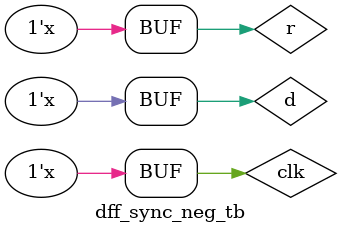
<source format=v>
module dff_sync_neg_tb;

    wire q, q_bar;
    reg d, r, clk;

    initial 
        begin
            d =0;
            r =0;
            clk = 0;
        end

    always 
        #3 d = ~d;
    always
        #7 r = ~r;
    always
        #11 clk = ~clk;

    dff_sync_fall dff(d,clk,r,q,q_bar);

endmodule

</source>
